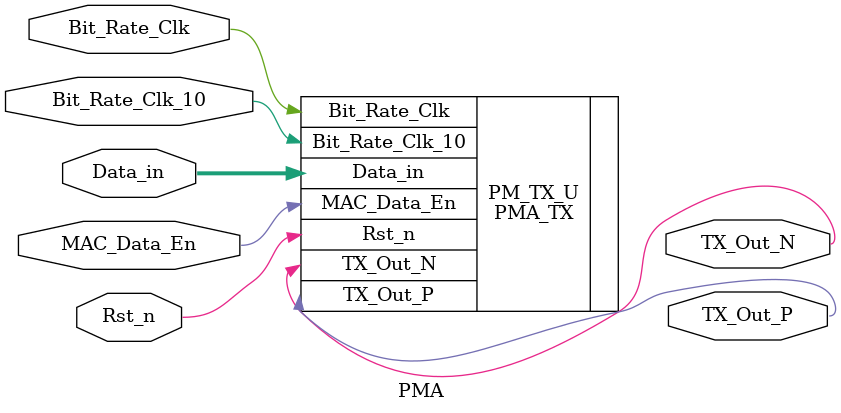
<source format=v>
module PMA
(
     input                    Bit_Rate_Clk_10 ,
     input                    Bit_Rate_Clk    ,
     input                    Rst_n           ,
     input [9:0]              Data_in         , 
     input                    MAC_Data_En     ,


     output                   TX_Out_P        ,
     output                   TX_Out_N   	  
);



PMA_TX #(.DATA_WIDTH(10))  PM_TX_U 
  (
    .Bit_Rate_Clk_10 (Bit_Rate_Clk_10) , 
    .Bit_Rate_Clk    (Bit_Rate_Clk)    ,
    .Rst_n           (Rst_n)           ,
    .Data_in         (Data_in)         , 
    .MAC_Data_En     (MAC_Data_En)     , 
    .TX_Out_P        (TX_Out_P)        ,
    .TX_Out_N        (TX_Out_N)              
  );





endmodule
</source>
